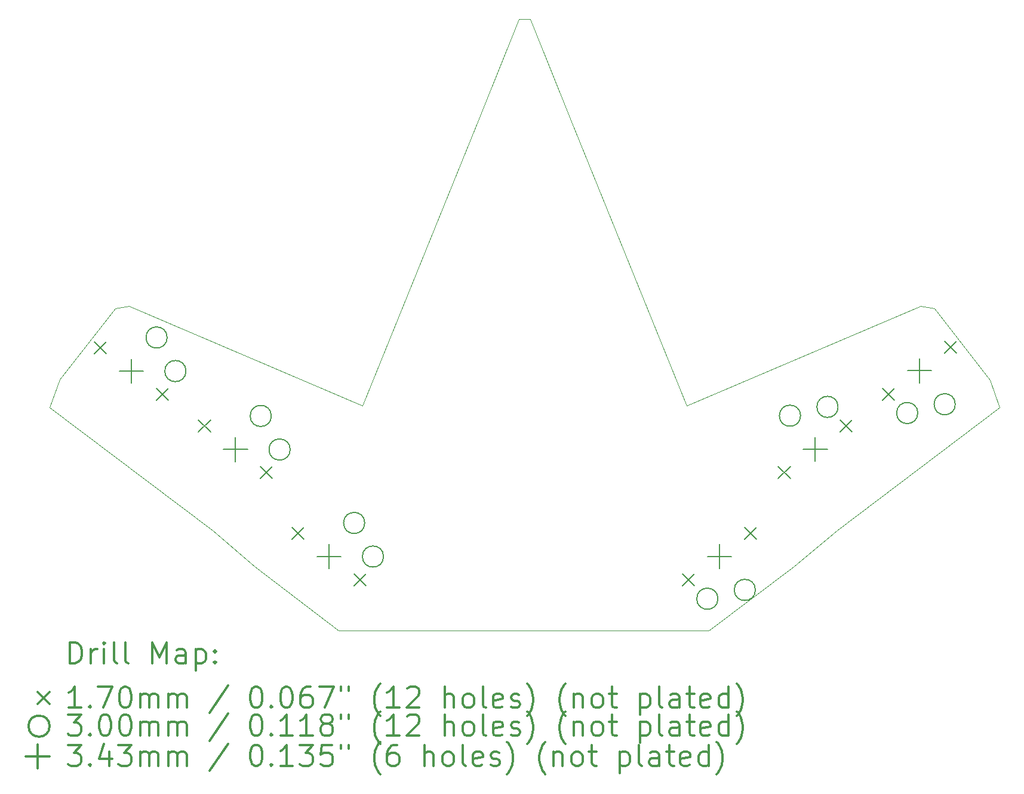
<source format=gbr>
%FSLAX45Y45*%
G04 Gerber Fmt 4.5, Leading zero omitted, Abs format (unit mm)*
G04 Created by KiCad (PCBNEW (5.1.4)-1) date 2024-04-24 20:57:59*
%MOMM*%
%LPD*%
G04 APERTURE LIST*
%ADD10C,0.050000*%
%ADD11C,0.200000*%
%ADD12C,0.300000*%
G04 APERTURE END LIST*
D10*
X38195000Y-3885000D02*
X39395000Y-2985000D01*
X32945000Y-3885000D02*
X31755000Y-2985000D01*
X38195000Y-3885000D02*
X32945000Y-3885000D01*
X36230877Y3381175D02*
X35660877Y4791175D01*
X42179504Y-327313D02*
X41394224Y682010D01*
X29970583Y721721D02*
X29771755Y683414D01*
X35660877Y4791175D02*
X35500877Y4791175D01*
X33280876Y-698825D02*
X29970583Y721721D01*
X31755000Y-2985000D02*
X31153571Y-2463360D01*
X34930877Y3381175D02*
X35500877Y4791175D01*
X40012407Y-2464763D02*
X42318295Y-724223D01*
X33280876Y-698825D02*
X34930877Y3381175D01*
X39395000Y-2985000D02*
X40012407Y-2464763D01*
X42179504Y-327313D02*
X42318295Y-724223D01*
X37880877Y-698825D02*
X36230877Y3381175D01*
X37880877Y-698825D02*
X41195396Y720317D01*
X28847683Y-722819D02*
X31153571Y-2463360D01*
X28986474Y-325910D02*
X28847683Y-722819D01*
X28986474Y-325910D02*
X29771755Y683414D01*
X41195396Y720317D02*
X41394224Y682010D01*
D11*
X39177164Y-1558772D02*
X39347344Y-1728952D01*
X39347344Y-1558772D02*
X39177164Y-1728952D01*
X40055663Y-896776D02*
X40225843Y-1066956D01*
X40225843Y-896776D02*
X40055663Y-1066956D01*
X37820661Y-3080908D02*
X37990841Y-3251088D01*
X37990841Y-3080908D02*
X37820661Y-3251088D01*
X38699160Y-2418912D02*
X38869340Y-2589092D01*
X38869340Y-2418912D02*
X38699160Y-2589092D01*
X30956387Y-900036D02*
X31126567Y-1070216D01*
X31126567Y-900036D02*
X30956387Y-1070216D01*
X31834886Y-1562032D02*
X32005066Y-1732212D01*
X32005066Y-1562032D02*
X31834886Y-1732212D01*
X29478911Y213322D02*
X29649091Y43142D01*
X29649091Y213322D02*
X29478911Y43142D01*
X30357410Y-448675D02*
X30527590Y-618855D01*
X30527590Y-448675D02*
X30357410Y-618855D01*
X32280660Y-2418912D02*
X32450840Y-2589092D01*
X32450840Y-2418912D02*
X32280660Y-2589092D01*
X33159159Y-3080908D02*
X33329339Y-3251088D01*
X33329339Y-3080908D02*
X33159159Y-3251088D01*
X40654639Y-445414D02*
X40824819Y-615594D01*
X40824819Y-445414D02*
X40654639Y-615594D01*
X41533138Y216582D02*
X41703318Y46402D01*
X41703318Y216582D02*
X41533138Y46402D01*
X39493423Y-837676D02*
G75*
G03X39493423Y-837676I-150000J0D01*
G01*
X40025140Y-712468D02*
G75*
G03X40025140Y-712468I-150000J0D01*
G01*
X38321363Y-3435396D02*
G75*
G03X38321363Y-3435396I-150000J0D01*
G01*
X38853080Y-3310188D02*
G75*
G03X38853080Y-3310188I-150000J0D01*
G01*
X31988806Y-840936D02*
G75*
G03X31988806Y-840936I-150000J0D01*
G01*
X32255725Y-1317543D02*
G75*
G03X32255725Y-1317543I-150000J0D01*
G01*
X30511331Y272422D02*
G75*
G03X30511331Y272422I-150000J0D01*
G01*
X30778249Y-204185D02*
G75*
G03X30778249Y-204185I-150000J0D01*
G01*
X33313080Y-2359812D02*
G75*
G03X33313080Y-2359812I-150000J0D01*
G01*
X33579998Y-2836419D02*
G75*
G03X33579998Y-2836419I-150000J0D01*
G01*
X41155342Y-799902D02*
G75*
G03X41155342Y-799902I-150000J0D01*
G01*
X41687059Y-674694D02*
G75*
G03X41687059Y-674694I-150000J0D01*
G01*
X38345000Y-2663550D02*
X38345000Y-3006450D01*
X38173550Y-2835000D02*
X38516450Y-2835000D01*
X30003251Y-31316D02*
X30003251Y-374216D01*
X29831801Y-202766D02*
X30174701Y-202766D01*
X32805000Y-2663550D02*
X32805000Y-3006450D01*
X32633550Y-2835000D02*
X32976450Y-2835000D01*
X41178979Y-28056D02*
X41178979Y-370956D01*
X41007529Y-199506D02*
X41350429Y-199506D01*
X39701503Y-1141414D02*
X39701503Y-1484314D01*
X39530053Y-1312864D02*
X39872953Y-1312864D01*
X31480726Y-1144674D02*
X31480726Y-1487574D01*
X31309276Y-1316124D02*
X31652176Y-1316124D01*
D12*
X29131611Y-4353214D02*
X29131611Y-4053214D01*
X29203040Y-4053214D01*
X29245897Y-4067500D01*
X29274469Y-4096071D01*
X29288754Y-4124643D01*
X29303040Y-4181786D01*
X29303040Y-4224643D01*
X29288754Y-4281786D01*
X29274469Y-4310357D01*
X29245897Y-4338929D01*
X29203040Y-4353214D01*
X29131611Y-4353214D01*
X29431611Y-4353214D02*
X29431611Y-4153214D01*
X29431611Y-4210357D02*
X29445897Y-4181786D01*
X29460183Y-4167500D01*
X29488754Y-4153214D01*
X29517326Y-4153214D01*
X29617326Y-4353214D02*
X29617326Y-4153214D01*
X29617326Y-4053214D02*
X29603040Y-4067500D01*
X29617326Y-4081786D01*
X29631611Y-4067500D01*
X29617326Y-4053214D01*
X29617326Y-4081786D01*
X29803040Y-4353214D02*
X29774469Y-4338929D01*
X29760183Y-4310357D01*
X29760183Y-4053214D01*
X29960183Y-4353214D02*
X29931611Y-4338929D01*
X29917326Y-4310357D01*
X29917326Y-4053214D01*
X30303040Y-4353214D02*
X30303040Y-4053214D01*
X30403040Y-4267500D01*
X30503040Y-4053214D01*
X30503040Y-4353214D01*
X30774469Y-4353214D02*
X30774469Y-4196072D01*
X30760183Y-4167500D01*
X30731611Y-4153214D01*
X30674469Y-4153214D01*
X30645897Y-4167500D01*
X30774469Y-4338929D02*
X30745897Y-4353214D01*
X30674469Y-4353214D01*
X30645897Y-4338929D01*
X30631611Y-4310357D01*
X30631611Y-4281786D01*
X30645897Y-4253214D01*
X30674469Y-4238929D01*
X30745897Y-4238929D01*
X30774469Y-4224643D01*
X30917326Y-4153214D02*
X30917326Y-4453214D01*
X30917326Y-4167500D02*
X30945897Y-4153214D01*
X31003040Y-4153214D01*
X31031611Y-4167500D01*
X31045897Y-4181786D01*
X31060183Y-4210357D01*
X31060183Y-4296072D01*
X31045897Y-4324643D01*
X31031611Y-4338929D01*
X31003040Y-4353214D01*
X30945897Y-4353214D01*
X30917326Y-4338929D01*
X31188754Y-4324643D02*
X31203040Y-4338929D01*
X31188754Y-4353214D01*
X31174469Y-4338929D01*
X31188754Y-4324643D01*
X31188754Y-4353214D01*
X31188754Y-4167500D02*
X31203040Y-4181786D01*
X31188754Y-4196072D01*
X31174469Y-4181786D01*
X31188754Y-4167500D01*
X31188754Y-4196072D01*
X28675003Y-4762410D02*
X28845183Y-4932590D01*
X28845183Y-4762410D02*
X28675003Y-4932590D01*
X29288754Y-4983214D02*
X29117326Y-4983214D01*
X29203040Y-4983214D02*
X29203040Y-4683214D01*
X29174469Y-4726072D01*
X29145897Y-4754643D01*
X29117326Y-4768929D01*
X29417326Y-4954643D02*
X29431611Y-4968929D01*
X29417326Y-4983214D01*
X29403040Y-4968929D01*
X29417326Y-4954643D01*
X29417326Y-4983214D01*
X29531611Y-4683214D02*
X29731611Y-4683214D01*
X29603040Y-4983214D01*
X29903040Y-4683214D02*
X29931611Y-4683214D01*
X29960183Y-4697500D01*
X29974469Y-4711786D01*
X29988754Y-4740357D01*
X30003040Y-4797500D01*
X30003040Y-4868929D01*
X29988754Y-4926072D01*
X29974469Y-4954643D01*
X29960183Y-4968929D01*
X29931611Y-4983214D01*
X29903040Y-4983214D01*
X29874469Y-4968929D01*
X29860183Y-4954643D01*
X29845897Y-4926072D01*
X29831611Y-4868929D01*
X29831611Y-4797500D01*
X29845897Y-4740357D01*
X29860183Y-4711786D01*
X29874469Y-4697500D01*
X29903040Y-4683214D01*
X30131611Y-4983214D02*
X30131611Y-4783214D01*
X30131611Y-4811786D02*
X30145897Y-4797500D01*
X30174469Y-4783214D01*
X30217326Y-4783214D01*
X30245897Y-4797500D01*
X30260183Y-4826072D01*
X30260183Y-4983214D01*
X30260183Y-4826072D02*
X30274469Y-4797500D01*
X30303040Y-4783214D01*
X30345897Y-4783214D01*
X30374469Y-4797500D01*
X30388754Y-4826072D01*
X30388754Y-4983214D01*
X30531611Y-4983214D02*
X30531611Y-4783214D01*
X30531611Y-4811786D02*
X30545897Y-4797500D01*
X30574469Y-4783214D01*
X30617326Y-4783214D01*
X30645897Y-4797500D01*
X30660183Y-4826072D01*
X30660183Y-4983214D01*
X30660183Y-4826072D02*
X30674469Y-4797500D01*
X30703040Y-4783214D01*
X30745897Y-4783214D01*
X30774469Y-4797500D01*
X30788754Y-4826072D01*
X30788754Y-4983214D01*
X31374469Y-4668929D02*
X31117326Y-5054643D01*
X31760183Y-4683214D02*
X31788754Y-4683214D01*
X31817326Y-4697500D01*
X31831611Y-4711786D01*
X31845897Y-4740357D01*
X31860183Y-4797500D01*
X31860183Y-4868929D01*
X31845897Y-4926072D01*
X31831611Y-4954643D01*
X31817326Y-4968929D01*
X31788754Y-4983214D01*
X31760183Y-4983214D01*
X31731611Y-4968929D01*
X31717326Y-4954643D01*
X31703040Y-4926072D01*
X31688754Y-4868929D01*
X31688754Y-4797500D01*
X31703040Y-4740357D01*
X31717326Y-4711786D01*
X31731611Y-4697500D01*
X31760183Y-4683214D01*
X31988754Y-4954643D02*
X32003040Y-4968929D01*
X31988754Y-4983214D01*
X31974469Y-4968929D01*
X31988754Y-4954643D01*
X31988754Y-4983214D01*
X32188754Y-4683214D02*
X32217326Y-4683214D01*
X32245897Y-4697500D01*
X32260183Y-4711786D01*
X32274469Y-4740357D01*
X32288754Y-4797500D01*
X32288754Y-4868929D01*
X32274469Y-4926072D01*
X32260183Y-4954643D01*
X32245897Y-4968929D01*
X32217326Y-4983214D01*
X32188754Y-4983214D01*
X32160183Y-4968929D01*
X32145897Y-4954643D01*
X32131611Y-4926072D01*
X32117326Y-4868929D01*
X32117326Y-4797500D01*
X32131611Y-4740357D01*
X32145897Y-4711786D01*
X32160183Y-4697500D01*
X32188754Y-4683214D01*
X32545897Y-4683214D02*
X32488754Y-4683214D01*
X32460183Y-4697500D01*
X32445897Y-4711786D01*
X32417326Y-4754643D01*
X32403040Y-4811786D01*
X32403040Y-4926072D01*
X32417326Y-4954643D01*
X32431611Y-4968929D01*
X32460183Y-4983214D01*
X32517326Y-4983214D01*
X32545897Y-4968929D01*
X32560183Y-4954643D01*
X32574469Y-4926072D01*
X32574469Y-4854643D01*
X32560183Y-4826072D01*
X32545897Y-4811786D01*
X32517326Y-4797500D01*
X32460183Y-4797500D01*
X32431611Y-4811786D01*
X32417326Y-4826072D01*
X32403040Y-4854643D01*
X32674469Y-4683214D02*
X32874469Y-4683214D01*
X32745897Y-4983214D01*
X32974469Y-4683214D02*
X32974469Y-4740357D01*
X33088754Y-4683214D02*
X33088754Y-4740357D01*
X33531611Y-5097500D02*
X33517326Y-5083214D01*
X33488754Y-5040357D01*
X33474469Y-5011786D01*
X33460183Y-4968929D01*
X33445897Y-4897500D01*
X33445897Y-4840357D01*
X33460183Y-4768929D01*
X33474469Y-4726072D01*
X33488754Y-4697500D01*
X33517326Y-4654643D01*
X33531611Y-4640357D01*
X33803040Y-4983214D02*
X33631612Y-4983214D01*
X33717326Y-4983214D02*
X33717326Y-4683214D01*
X33688754Y-4726072D01*
X33660183Y-4754643D01*
X33631612Y-4768929D01*
X33917326Y-4711786D02*
X33931612Y-4697500D01*
X33960183Y-4683214D01*
X34031612Y-4683214D01*
X34060183Y-4697500D01*
X34074469Y-4711786D01*
X34088754Y-4740357D01*
X34088754Y-4768929D01*
X34074469Y-4811786D01*
X33903040Y-4983214D01*
X34088754Y-4983214D01*
X34445897Y-4983214D02*
X34445897Y-4683214D01*
X34574469Y-4983214D02*
X34574469Y-4826072D01*
X34560183Y-4797500D01*
X34531612Y-4783214D01*
X34488754Y-4783214D01*
X34460183Y-4797500D01*
X34445897Y-4811786D01*
X34760183Y-4983214D02*
X34731612Y-4968929D01*
X34717326Y-4954643D01*
X34703040Y-4926072D01*
X34703040Y-4840357D01*
X34717326Y-4811786D01*
X34731612Y-4797500D01*
X34760183Y-4783214D01*
X34803040Y-4783214D01*
X34831612Y-4797500D01*
X34845897Y-4811786D01*
X34860183Y-4840357D01*
X34860183Y-4926072D01*
X34845897Y-4954643D01*
X34831612Y-4968929D01*
X34803040Y-4983214D01*
X34760183Y-4983214D01*
X35031612Y-4983214D02*
X35003040Y-4968929D01*
X34988754Y-4940357D01*
X34988754Y-4683214D01*
X35260183Y-4968929D02*
X35231612Y-4983214D01*
X35174469Y-4983214D01*
X35145897Y-4968929D01*
X35131612Y-4940357D01*
X35131612Y-4826072D01*
X35145897Y-4797500D01*
X35174469Y-4783214D01*
X35231612Y-4783214D01*
X35260183Y-4797500D01*
X35274469Y-4826072D01*
X35274469Y-4854643D01*
X35131612Y-4883214D01*
X35388754Y-4968929D02*
X35417326Y-4983214D01*
X35474469Y-4983214D01*
X35503040Y-4968929D01*
X35517326Y-4940357D01*
X35517326Y-4926072D01*
X35503040Y-4897500D01*
X35474469Y-4883214D01*
X35431612Y-4883214D01*
X35403040Y-4868929D01*
X35388754Y-4840357D01*
X35388754Y-4826072D01*
X35403040Y-4797500D01*
X35431612Y-4783214D01*
X35474469Y-4783214D01*
X35503040Y-4797500D01*
X35617326Y-5097500D02*
X35631612Y-5083214D01*
X35660183Y-5040357D01*
X35674469Y-5011786D01*
X35688754Y-4968929D01*
X35703040Y-4897500D01*
X35703040Y-4840357D01*
X35688754Y-4768929D01*
X35674469Y-4726072D01*
X35660183Y-4697500D01*
X35631612Y-4654643D01*
X35617326Y-4640357D01*
X36160183Y-5097500D02*
X36145897Y-5083214D01*
X36117326Y-5040357D01*
X36103040Y-5011786D01*
X36088754Y-4968929D01*
X36074469Y-4897500D01*
X36074469Y-4840357D01*
X36088754Y-4768929D01*
X36103040Y-4726072D01*
X36117326Y-4697500D01*
X36145897Y-4654643D01*
X36160183Y-4640357D01*
X36274469Y-4783214D02*
X36274469Y-4983214D01*
X36274469Y-4811786D02*
X36288754Y-4797500D01*
X36317326Y-4783214D01*
X36360183Y-4783214D01*
X36388754Y-4797500D01*
X36403040Y-4826072D01*
X36403040Y-4983214D01*
X36588754Y-4983214D02*
X36560183Y-4968929D01*
X36545897Y-4954643D01*
X36531612Y-4926072D01*
X36531612Y-4840357D01*
X36545897Y-4811786D01*
X36560183Y-4797500D01*
X36588754Y-4783214D01*
X36631612Y-4783214D01*
X36660183Y-4797500D01*
X36674469Y-4811786D01*
X36688754Y-4840357D01*
X36688754Y-4926072D01*
X36674469Y-4954643D01*
X36660183Y-4968929D01*
X36631612Y-4983214D01*
X36588754Y-4983214D01*
X36774469Y-4783214D02*
X36888754Y-4783214D01*
X36817326Y-4683214D02*
X36817326Y-4940357D01*
X36831612Y-4968929D01*
X36860183Y-4983214D01*
X36888754Y-4983214D01*
X37217326Y-4783214D02*
X37217326Y-5083214D01*
X37217326Y-4797500D02*
X37245897Y-4783214D01*
X37303040Y-4783214D01*
X37331612Y-4797500D01*
X37345897Y-4811786D01*
X37360183Y-4840357D01*
X37360183Y-4926072D01*
X37345897Y-4954643D01*
X37331612Y-4968929D01*
X37303040Y-4983214D01*
X37245897Y-4983214D01*
X37217326Y-4968929D01*
X37531612Y-4983214D02*
X37503040Y-4968929D01*
X37488754Y-4940357D01*
X37488754Y-4683214D01*
X37774469Y-4983214D02*
X37774469Y-4826072D01*
X37760183Y-4797500D01*
X37731612Y-4783214D01*
X37674469Y-4783214D01*
X37645897Y-4797500D01*
X37774469Y-4968929D02*
X37745897Y-4983214D01*
X37674469Y-4983214D01*
X37645897Y-4968929D01*
X37631612Y-4940357D01*
X37631612Y-4911786D01*
X37645897Y-4883214D01*
X37674469Y-4868929D01*
X37745897Y-4868929D01*
X37774469Y-4854643D01*
X37874469Y-4783214D02*
X37988754Y-4783214D01*
X37917326Y-4683214D02*
X37917326Y-4940357D01*
X37931612Y-4968929D01*
X37960183Y-4983214D01*
X37988754Y-4983214D01*
X38203040Y-4968929D02*
X38174469Y-4983214D01*
X38117326Y-4983214D01*
X38088754Y-4968929D01*
X38074469Y-4940357D01*
X38074469Y-4826072D01*
X38088754Y-4797500D01*
X38117326Y-4783214D01*
X38174469Y-4783214D01*
X38203040Y-4797500D01*
X38217326Y-4826072D01*
X38217326Y-4854643D01*
X38074469Y-4883214D01*
X38474469Y-4983214D02*
X38474469Y-4683214D01*
X38474469Y-4968929D02*
X38445897Y-4983214D01*
X38388754Y-4983214D01*
X38360183Y-4968929D01*
X38345897Y-4954643D01*
X38331612Y-4926072D01*
X38331612Y-4840357D01*
X38345897Y-4811786D01*
X38360183Y-4797500D01*
X38388754Y-4783214D01*
X38445897Y-4783214D01*
X38474469Y-4797500D01*
X38588754Y-5097500D02*
X38603040Y-5083214D01*
X38631612Y-5040357D01*
X38645897Y-5011786D01*
X38660183Y-4968929D01*
X38674469Y-4897500D01*
X38674469Y-4840357D01*
X38660183Y-4768929D01*
X38645897Y-4726072D01*
X38631612Y-4697500D01*
X38603040Y-4654643D01*
X38588754Y-4640357D01*
X28845183Y-5243500D02*
G75*
G03X28845183Y-5243500I-150000J0D01*
G01*
X29103040Y-5079214D02*
X29288754Y-5079214D01*
X29188754Y-5193500D01*
X29231611Y-5193500D01*
X29260183Y-5207786D01*
X29274469Y-5222072D01*
X29288754Y-5250643D01*
X29288754Y-5322072D01*
X29274469Y-5350643D01*
X29260183Y-5364929D01*
X29231611Y-5379214D01*
X29145897Y-5379214D01*
X29117326Y-5364929D01*
X29103040Y-5350643D01*
X29417326Y-5350643D02*
X29431611Y-5364929D01*
X29417326Y-5379214D01*
X29403040Y-5364929D01*
X29417326Y-5350643D01*
X29417326Y-5379214D01*
X29617326Y-5079214D02*
X29645897Y-5079214D01*
X29674469Y-5093500D01*
X29688754Y-5107786D01*
X29703040Y-5136357D01*
X29717326Y-5193500D01*
X29717326Y-5264929D01*
X29703040Y-5322072D01*
X29688754Y-5350643D01*
X29674469Y-5364929D01*
X29645897Y-5379214D01*
X29617326Y-5379214D01*
X29588754Y-5364929D01*
X29574469Y-5350643D01*
X29560183Y-5322072D01*
X29545897Y-5264929D01*
X29545897Y-5193500D01*
X29560183Y-5136357D01*
X29574469Y-5107786D01*
X29588754Y-5093500D01*
X29617326Y-5079214D01*
X29903040Y-5079214D02*
X29931611Y-5079214D01*
X29960183Y-5093500D01*
X29974469Y-5107786D01*
X29988754Y-5136357D01*
X30003040Y-5193500D01*
X30003040Y-5264929D01*
X29988754Y-5322072D01*
X29974469Y-5350643D01*
X29960183Y-5364929D01*
X29931611Y-5379214D01*
X29903040Y-5379214D01*
X29874469Y-5364929D01*
X29860183Y-5350643D01*
X29845897Y-5322072D01*
X29831611Y-5264929D01*
X29831611Y-5193500D01*
X29845897Y-5136357D01*
X29860183Y-5107786D01*
X29874469Y-5093500D01*
X29903040Y-5079214D01*
X30131611Y-5379214D02*
X30131611Y-5179214D01*
X30131611Y-5207786D02*
X30145897Y-5193500D01*
X30174469Y-5179214D01*
X30217326Y-5179214D01*
X30245897Y-5193500D01*
X30260183Y-5222072D01*
X30260183Y-5379214D01*
X30260183Y-5222072D02*
X30274469Y-5193500D01*
X30303040Y-5179214D01*
X30345897Y-5179214D01*
X30374469Y-5193500D01*
X30388754Y-5222072D01*
X30388754Y-5379214D01*
X30531611Y-5379214D02*
X30531611Y-5179214D01*
X30531611Y-5207786D02*
X30545897Y-5193500D01*
X30574469Y-5179214D01*
X30617326Y-5179214D01*
X30645897Y-5193500D01*
X30660183Y-5222072D01*
X30660183Y-5379214D01*
X30660183Y-5222072D02*
X30674469Y-5193500D01*
X30703040Y-5179214D01*
X30745897Y-5179214D01*
X30774469Y-5193500D01*
X30788754Y-5222072D01*
X30788754Y-5379214D01*
X31374469Y-5064929D02*
X31117326Y-5450643D01*
X31760183Y-5079214D02*
X31788754Y-5079214D01*
X31817326Y-5093500D01*
X31831611Y-5107786D01*
X31845897Y-5136357D01*
X31860183Y-5193500D01*
X31860183Y-5264929D01*
X31845897Y-5322072D01*
X31831611Y-5350643D01*
X31817326Y-5364929D01*
X31788754Y-5379214D01*
X31760183Y-5379214D01*
X31731611Y-5364929D01*
X31717326Y-5350643D01*
X31703040Y-5322072D01*
X31688754Y-5264929D01*
X31688754Y-5193500D01*
X31703040Y-5136357D01*
X31717326Y-5107786D01*
X31731611Y-5093500D01*
X31760183Y-5079214D01*
X31988754Y-5350643D02*
X32003040Y-5364929D01*
X31988754Y-5379214D01*
X31974469Y-5364929D01*
X31988754Y-5350643D01*
X31988754Y-5379214D01*
X32288754Y-5379214D02*
X32117326Y-5379214D01*
X32203040Y-5379214D02*
X32203040Y-5079214D01*
X32174469Y-5122072D01*
X32145897Y-5150643D01*
X32117326Y-5164929D01*
X32574469Y-5379214D02*
X32403040Y-5379214D01*
X32488754Y-5379214D02*
X32488754Y-5079214D01*
X32460183Y-5122072D01*
X32431611Y-5150643D01*
X32403040Y-5164929D01*
X32745897Y-5207786D02*
X32717326Y-5193500D01*
X32703040Y-5179214D01*
X32688754Y-5150643D01*
X32688754Y-5136357D01*
X32703040Y-5107786D01*
X32717326Y-5093500D01*
X32745897Y-5079214D01*
X32803040Y-5079214D01*
X32831611Y-5093500D01*
X32845897Y-5107786D01*
X32860183Y-5136357D01*
X32860183Y-5150643D01*
X32845897Y-5179214D01*
X32831611Y-5193500D01*
X32803040Y-5207786D01*
X32745897Y-5207786D01*
X32717326Y-5222072D01*
X32703040Y-5236357D01*
X32688754Y-5264929D01*
X32688754Y-5322072D01*
X32703040Y-5350643D01*
X32717326Y-5364929D01*
X32745897Y-5379214D01*
X32803040Y-5379214D01*
X32831611Y-5364929D01*
X32845897Y-5350643D01*
X32860183Y-5322072D01*
X32860183Y-5264929D01*
X32845897Y-5236357D01*
X32831611Y-5222072D01*
X32803040Y-5207786D01*
X32974469Y-5079214D02*
X32974469Y-5136357D01*
X33088754Y-5079214D02*
X33088754Y-5136357D01*
X33531611Y-5493500D02*
X33517326Y-5479214D01*
X33488754Y-5436357D01*
X33474469Y-5407786D01*
X33460183Y-5364929D01*
X33445897Y-5293500D01*
X33445897Y-5236357D01*
X33460183Y-5164929D01*
X33474469Y-5122072D01*
X33488754Y-5093500D01*
X33517326Y-5050643D01*
X33531611Y-5036357D01*
X33803040Y-5379214D02*
X33631612Y-5379214D01*
X33717326Y-5379214D02*
X33717326Y-5079214D01*
X33688754Y-5122072D01*
X33660183Y-5150643D01*
X33631612Y-5164929D01*
X33917326Y-5107786D02*
X33931612Y-5093500D01*
X33960183Y-5079214D01*
X34031612Y-5079214D01*
X34060183Y-5093500D01*
X34074469Y-5107786D01*
X34088754Y-5136357D01*
X34088754Y-5164929D01*
X34074469Y-5207786D01*
X33903040Y-5379214D01*
X34088754Y-5379214D01*
X34445897Y-5379214D02*
X34445897Y-5079214D01*
X34574469Y-5379214D02*
X34574469Y-5222072D01*
X34560183Y-5193500D01*
X34531612Y-5179214D01*
X34488754Y-5179214D01*
X34460183Y-5193500D01*
X34445897Y-5207786D01*
X34760183Y-5379214D02*
X34731612Y-5364929D01*
X34717326Y-5350643D01*
X34703040Y-5322072D01*
X34703040Y-5236357D01*
X34717326Y-5207786D01*
X34731612Y-5193500D01*
X34760183Y-5179214D01*
X34803040Y-5179214D01*
X34831612Y-5193500D01*
X34845897Y-5207786D01*
X34860183Y-5236357D01*
X34860183Y-5322072D01*
X34845897Y-5350643D01*
X34831612Y-5364929D01*
X34803040Y-5379214D01*
X34760183Y-5379214D01*
X35031612Y-5379214D02*
X35003040Y-5364929D01*
X34988754Y-5336357D01*
X34988754Y-5079214D01*
X35260183Y-5364929D02*
X35231612Y-5379214D01*
X35174469Y-5379214D01*
X35145897Y-5364929D01*
X35131612Y-5336357D01*
X35131612Y-5222072D01*
X35145897Y-5193500D01*
X35174469Y-5179214D01*
X35231612Y-5179214D01*
X35260183Y-5193500D01*
X35274469Y-5222072D01*
X35274469Y-5250643D01*
X35131612Y-5279214D01*
X35388754Y-5364929D02*
X35417326Y-5379214D01*
X35474469Y-5379214D01*
X35503040Y-5364929D01*
X35517326Y-5336357D01*
X35517326Y-5322072D01*
X35503040Y-5293500D01*
X35474469Y-5279214D01*
X35431612Y-5279214D01*
X35403040Y-5264929D01*
X35388754Y-5236357D01*
X35388754Y-5222072D01*
X35403040Y-5193500D01*
X35431612Y-5179214D01*
X35474469Y-5179214D01*
X35503040Y-5193500D01*
X35617326Y-5493500D02*
X35631612Y-5479214D01*
X35660183Y-5436357D01*
X35674469Y-5407786D01*
X35688754Y-5364929D01*
X35703040Y-5293500D01*
X35703040Y-5236357D01*
X35688754Y-5164929D01*
X35674469Y-5122072D01*
X35660183Y-5093500D01*
X35631612Y-5050643D01*
X35617326Y-5036357D01*
X36160183Y-5493500D02*
X36145897Y-5479214D01*
X36117326Y-5436357D01*
X36103040Y-5407786D01*
X36088754Y-5364929D01*
X36074469Y-5293500D01*
X36074469Y-5236357D01*
X36088754Y-5164929D01*
X36103040Y-5122072D01*
X36117326Y-5093500D01*
X36145897Y-5050643D01*
X36160183Y-5036357D01*
X36274469Y-5179214D02*
X36274469Y-5379214D01*
X36274469Y-5207786D02*
X36288754Y-5193500D01*
X36317326Y-5179214D01*
X36360183Y-5179214D01*
X36388754Y-5193500D01*
X36403040Y-5222072D01*
X36403040Y-5379214D01*
X36588754Y-5379214D02*
X36560183Y-5364929D01*
X36545897Y-5350643D01*
X36531612Y-5322072D01*
X36531612Y-5236357D01*
X36545897Y-5207786D01*
X36560183Y-5193500D01*
X36588754Y-5179214D01*
X36631612Y-5179214D01*
X36660183Y-5193500D01*
X36674469Y-5207786D01*
X36688754Y-5236357D01*
X36688754Y-5322072D01*
X36674469Y-5350643D01*
X36660183Y-5364929D01*
X36631612Y-5379214D01*
X36588754Y-5379214D01*
X36774469Y-5179214D02*
X36888754Y-5179214D01*
X36817326Y-5079214D02*
X36817326Y-5336357D01*
X36831612Y-5364929D01*
X36860183Y-5379214D01*
X36888754Y-5379214D01*
X37217326Y-5179214D02*
X37217326Y-5479214D01*
X37217326Y-5193500D02*
X37245897Y-5179214D01*
X37303040Y-5179214D01*
X37331612Y-5193500D01*
X37345897Y-5207786D01*
X37360183Y-5236357D01*
X37360183Y-5322072D01*
X37345897Y-5350643D01*
X37331612Y-5364929D01*
X37303040Y-5379214D01*
X37245897Y-5379214D01*
X37217326Y-5364929D01*
X37531612Y-5379214D02*
X37503040Y-5364929D01*
X37488754Y-5336357D01*
X37488754Y-5079214D01*
X37774469Y-5379214D02*
X37774469Y-5222072D01*
X37760183Y-5193500D01*
X37731612Y-5179214D01*
X37674469Y-5179214D01*
X37645897Y-5193500D01*
X37774469Y-5364929D02*
X37745897Y-5379214D01*
X37674469Y-5379214D01*
X37645897Y-5364929D01*
X37631612Y-5336357D01*
X37631612Y-5307786D01*
X37645897Y-5279214D01*
X37674469Y-5264929D01*
X37745897Y-5264929D01*
X37774469Y-5250643D01*
X37874469Y-5179214D02*
X37988754Y-5179214D01*
X37917326Y-5079214D02*
X37917326Y-5336357D01*
X37931612Y-5364929D01*
X37960183Y-5379214D01*
X37988754Y-5379214D01*
X38203040Y-5364929D02*
X38174469Y-5379214D01*
X38117326Y-5379214D01*
X38088754Y-5364929D01*
X38074469Y-5336357D01*
X38074469Y-5222072D01*
X38088754Y-5193500D01*
X38117326Y-5179214D01*
X38174469Y-5179214D01*
X38203040Y-5193500D01*
X38217326Y-5222072D01*
X38217326Y-5250643D01*
X38074469Y-5279214D01*
X38474469Y-5379214D02*
X38474469Y-5079214D01*
X38474469Y-5364929D02*
X38445897Y-5379214D01*
X38388754Y-5379214D01*
X38360183Y-5364929D01*
X38345897Y-5350643D01*
X38331612Y-5322072D01*
X38331612Y-5236357D01*
X38345897Y-5207786D01*
X38360183Y-5193500D01*
X38388754Y-5179214D01*
X38445897Y-5179214D01*
X38474469Y-5193500D01*
X38588754Y-5493500D02*
X38603040Y-5479214D01*
X38631612Y-5436357D01*
X38645897Y-5407786D01*
X38660183Y-5364929D01*
X38674469Y-5293500D01*
X38674469Y-5236357D01*
X38660183Y-5164929D01*
X38645897Y-5122072D01*
X38631612Y-5093500D01*
X38603040Y-5050643D01*
X38588754Y-5036357D01*
X28673733Y-5502050D02*
X28673733Y-5844950D01*
X28502283Y-5673500D02*
X28845183Y-5673500D01*
X29103040Y-5509214D02*
X29288754Y-5509214D01*
X29188754Y-5623500D01*
X29231611Y-5623500D01*
X29260183Y-5637786D01*
X29274469Y-5652071D01*
X29288754Y-5680643D01*
X29288754Y-5752071D01*
X29274469Y-5780643D01*
X29260183Y-5794929D01*
X29231611Y-5809214D01*
X29145897Y-5809214D01*
X29117326Y-5794929D01*
X29103040Y-5780643D01*
X29417326Y-5780643D02*
X29431611Y-5794929D01*
X29417326Y-5809214D01*
X29403040Y-5794929D01*
X29417326Y-5780643D01*
X29417326Y-5809214D01*
X29688754Y-5609214D02*
X29688754Y-5809214D01*
X29617326Y-5494929D02*
X29545897Y-5709214D01*
X29731611Y-5709214D01*
X29817326Y-5509214D02*
X30003040Y-5509214D01*
X29903040Y-5623500D01*
X29945897Y-5623500D01*
X29974469Y-5637786D01*
X29988754Y-5652071D01*
X30003040Y-5680643D01*
X30003040Y-5752071D01*
X29988754Y-5780643D01*
X29974469Y-5794929D01*
X29945897Y-5809214D01*
X29860183Y-5809214D01*
X29831611Y-5794929D01*
X29817326Y-5780643D01*
X30131611Y-5809214D02*
X30131611Y-5609214D01*
X30131611Y-5637786D02*
X30145897Y-5623500D01*
X30174469Y-5609214D01*
X30217326Y-5609214D01*
X30245897Y-5623500D01*
X30260183Y-5652071D01*
X30260183Y-5809214D01*
X30260183Y-5652071D02*
X30274469Y-5623500D01*
X30303040Y-5609214D01*
X30345897Y-5609214D01*
X30374469Y-5623500D01*
X30388754Y-5652071D01*
X30388754Y-5809214D01*
X30531611Y-5809214D02*
X30531611Y-5609214D01*
X30531611Y-5637786D02*
X30545897Y-5623500D01*
X30574469Y-5609214D01*
X30617326Y-5609214D01*
X30645897Y-5623500D01*
X30660183Y-5652071D01*
X30660183Y-5809214D01*
X30660183Y-5652071D02*
X30674469Y-5623500D01*
X30703040Y-5609214D01*
X30745897Y-5609214D01*
X30774469Y-5623500D01*
X30788754Y-5652071D01*
X30788754Y-5809214D01*
X31374469Y-5494929D02*
X31117326Y-5880643D01*
X31760183Y-5509214D02*
X31788754Y-5509214D01*
X31817326Y-5523500D01*
X31831611Y-5537786D01*
X31845897Y-5566357D01*
X31860183Y-5623500D01*
X31860183Y-5694929D01*
X31845897Y-5752071D01*
X31831611Y-5780643D01*
X31817326Y-5794929D01*
X31788754Y-5809214D01*
X31760183Y-5809214D01*
X31731611Y-5794929D01*
X31717326Y-5780643D01*
X31703040Y-5752071D01*
X31688754Y-5694929D01*
X31688754Y-5623500D01*
X31703040Y-5566357D01*
X31717326Y-5537786D01*
X31731611Y-5523500D01*
X31760183Y-5509214D01*
X31988754Y-5780643D02*
X32003040Y-5794929D01*
X31988754Y-5809214D01*
X31974469Y-5794929D01*
X31988754Y-5780643D01*
X31988754Y-5809214D01*
X32288754Y-5809214D02*
X32117326Y-5809214D01*
X32203040Y-5809214D02*
X32203040Y-5509214D01*
X32174469Y-5552072D01*
X32145897Y-5580643D01*
X32117326Y-5594929D01*
X32388754Y-5509214D02*
X32574469Y-5509214D01*
X32474469Y-5623500D01*
X32517326Y-5623500D01*
X32545897Y-5637786D01*
X32560183Y-5652071D01*
X32574469Y-5680643D01*
X32574469Y-5752071D01*
X32560183Y-5780643D01*
X32545897Y-5794929D01*
X32517326Y-5809214D01*
X32431611Y-5809214D01*
X32403040Y-5794929D01*
X32388754Y-5780643D01*
X32845897Y-5509214D02*
X32703040Y-5509214D01*
X32688754Y-5652071D01*
X32703040Y-5637786D01*
X32731611Y-5623500D01*
X32803040Y-5623500D01*
X32831611Y-5637786D01*
X32845897Y-5652071D01*
X32860183Y-5680643D01*
X32860183Y-5752071D01*
X32845897Y-5780643D01*
X32831611Y-5794929D01*
X32803040Y-5809214D01*
X32731611Y-5809214D01*
X32703040Y-5794929D01*
X32688754Y-5780643D01*
X32974469Y-5509214D02*
X32974469Y-5566357D01*
X33088754Y-5509214D02*
X33088754Y-5566357D01*
X33531611Y-5923500D02*
X33517326Y-5909214D01*
X33488754Y-5866357D01*
X33474469Y-5837786D01*
X33460183Y-5794929D01*
X33445897Y-5723500D01*
X33445897Y-5666357D01*
X33460183Y-5594929D01*
X33474469Y-5552072D01*
X33488754Y-5523500D01*
X33517326Y-5480643D01*
X33531611Y-5466357D01*
X33774469Y-5509214D02*
X33717326Y-5509214D01*
X33688754Y-5523500D01*
X33674469Y-5537786D01*
X33645897Y-5580643D01*
X33631612Y-5637786D01*
X33631612Y-5752071D01*
X33645897Y-5780643D01*
X33660183Y-5794929D01*
X33688754Y-5809214D01*
X33745897Y-5809214D01*
X33774469Y-5794929D01*
X33788754Y-5780643D01*
X33803040Y-5752071D01*
X33803040Y-5680643D01*
X33788754Y-5652071D01*
X33774469Y-5637786D01*
X33745897Y-5623500D01*
X33688754Y-5623500D01*
X33660183Y-5637786D01*
X33645897Y-5652071D01*
X33631612Y-5680643D01*
X34160183Y-5809214D02*
X34160183Y-5509214D01*
X34288754Y-5809214D02*
X34288754Y-5652071D01*
X34274469Y-5623500D01*
X34245897Y-5609214D01*
X34203040Y-5609214D01*
X34174469Y-5623500D01*
X34160183Y-5637786D01*
X34474469Y-5809214D02*
X34445897Y-5794929D01*
X34431612Y-5780643D01*
X34417326Y-5752071D01*
X34417326Y-5666357D01*
X34431612Y-5637786D01*
X34445897Y-5623500D01*
X34474469Y-5609214D01*
X34517326Y-5609214D01*
X34545897Y-5623500D01*
X34560183Y-5637786D01*
X34574469Y-5666357D01*
X34574469Y-5752071D01*
X34560183Y-5780643D01*
X34545897Y-5794929D01*
X34517326Y-5809214D01*
X34474469Y-5809214D01*
X34745897Y-5809214D02*
X34717326Y-5794929D01*
X34703040Y-5766357D01*
X34703040Y-5509214D01*
X34974469Y-5794929D02*
X34945897Y-5809214D01*
X34888754Y-5809214D01*
X34860183Y-5794929D01*
X34845897Y-5766357D01*
X34845897Y-5652071D01*
X34860183Y-5623500D01*
X34888754Y-5609214D01*
X34945897Y-5609214D01*
X34974469Y-5623500D01*
X34988754Y-5652071D01*
X34988754Y-5680643D01*
X34845897Y-5709214D01*
X35103040Y-5794929D02*
X35131612Y-5809214D01*
X35188754Y-5809214D01*
X35217326Y-5794929D01*
X35231612Y-5766357D01*
X35231612Y-5752071D01*
X35217326Y-5723500D01*
X35188754Y-5709214D01*
X35145897Y-5709214D01*
X35117326Y-5694929D01*
X35103040Y-5666357D01*
X35103040Y-5652071D01*
X35117326Y-5623500D01*
X35145897Y-5609214D01*
X35188754Y-5609214D01*
X35217326Y-5623500D01*
X35331612Y-5923500D02*
X35345897Y-5909214D01*
X35374469Y-5866357D01*
X35388754Y-5837786D01*
X35403040Y-5794929D01*
X35417326Y-5723500D01*
X35417326Y-5666357D01*
X35403040Y-5594929D01*
X35388754Y-5552072D01*
X35374469Y-5523500D01*
X35345897Y-5480643D01*
X35331612Y-5466357D01*
X35874469Y-5923500D02*
X35860183Y-5909214D01*
X35831612Y-5866357D01*
X35817326Y-5837786D01*
X35803040Y-5794929D01*
X35788754Y-5723500D01*
X35788754Y-5666357D01*
X35803040Y-5594929D01*
X35817326Y-5552072D01*
X35831612Y-5523500D01*
X35860183Y-5480643D01*
X35874469Y-5466357D01*
X35988754Y-5609214D02*
X35988754Y-5809214D01*
X35988754Y-5637786D02*
X36003040Y-5623500D01*
X36031612Y-5609214D01*
X36074469Y-5609214D01*
X36103040Y-5623500D01*
X36117326Y-5652071D01*
X36117326Y-5809214D01*
X36303040Y-5809214D02*
X36274469Y-5794929D01*
X36260183Y-5780643D01*
X36245897Y-5752071D01*
X36245897Y-5666357D01*
X36260183Y-5637786D01*
X36274469Y-5623500D01*
X36303040Y-5609214D01*
X36345897Y-5609214D01*
X36374469Y-5623500D01*
X36388754Y-5637786D01*
X36403040Y-5666357D01*
X36403040Y-5752071D01*
X36388754Y-5780643D01*
X36374469Y-5794929D01*
X36345897Y-5809214D01*
X36303040Y-5809214D01*
X36488754Y-5609214D02*
X36603040Y-5609214D01*
X36531612Y-5509214D02*
X36531612Y-5766357D01*
X36545897Y-5794929D01*
X36574469Y-5809214D01*
X36603040Y-5809214D01*
X36931612Y-5609214D02*
X36931612Y-5909214D01*
X36931612Y-5623500D02*
X36960183Y-5609214D01*
X37017326Y-5609214D01*
X37045897Y-5623500D01*
X37060183Y-5637786D01*
X37074469Y-5666357D01*
X37074469Y-5752071D01*
X37060183Y-5780643D01*
X37045897Y-5794929D01*
X37017326Y-5809214D01*
X36960183Y-5809214D01*
X36931612Y-5794929D01*
X37245897Y-5809214D02*
X37217326Y-5794929D01*
X37203040Y-5766357D01*
X37203040Y-5509214D01*
X37488754Y-5809214D02*
X37488754Y-5652071D01*
X37474469Y-5623500D01*
X37445897Y-5609214D01*
X37388754Y-5609214D01*
X37360183Y-5623500D01*
X37488754Y-5794929D02*
X37460183Y-5809214D01*
X37388754Y-5809214D01*
X37360183Y-5794929D01*
X37345897Y-5766357D01*
X37345897Y-5737786D01*
X37360183Y-5709214D01*
X37388754Y-5694929D01*
X37460183Y-5694929D01*
X37488754Y-5680643D01*
X37588754Y-5609214D02*
X37703040Y-5609214D01*
X37631612Y-5509214D02*
X37631612Y-5766357D01*
X37645897Y-5794929D01*
X37674469Y-5809214D01*
X37703040Y-5809214D01*
X37917326Y-5794929D02*
X37888754Y-5809214D01*
X37831612Y-5809214D01*
X37803040Y-5794929D01*
X37788754Y-5766357D01*
X37788754Y-5652071D01*
X37803040Y-5623500D01*
X37831612Y-5609214D01*
X37888754Y-5609214D01*
X37917326Y-5623500D01*
X37931612Y-5652071D01*
X37931612Y-5680643D01*
X37788754Y-5709214D01*
X38188754Y-5809214D02*
X38188754Y-5509214D01*
X38188754Y-5794929D02*
X38160183Y-5809214D01*
X38103040Y-5809214D01*
X38074469Y-5794929D01*
X38060183Y-5780643D01*
X38045897Y-5752071D01*
X38045897Y-5666357D01*
X38060183Y-5637786D01*
X38074469Y-5623500D01*
X38103040Y-5609214D01*
X38160183Y-5609214D01*
X38188754Y-5623500D01*
X38303040Y-5923500D02*
X38317326Y-5909214D01*
X38345897Y-5866357D01*
X38360183Y-5837786D01*
X38374469Y-5794929D01*
X38388754Y-5723500D01*
X38388754Y-5666357D01*
X38374469Y-5594929D01*
X38360183Y-5552072D01*
X38345897Y-5523500D01*
X38317326Y-5480643D01*
X38303040Y-5466357D01*
M02*

</source>
